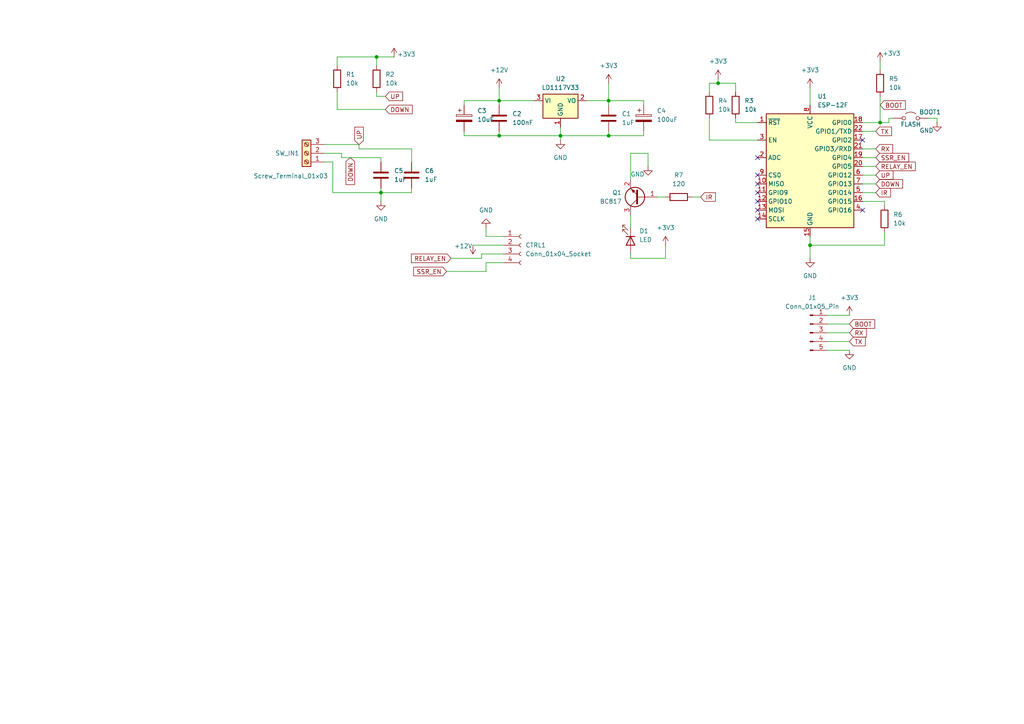
<source format=kicad_sch>
(kicad_sch (version 20250114) (generator "eeschema") (generator_version "9.0")
  (paper "A4")
  (lib_symbols
    (symbol "Connector:Conn_01x04_Socket" (pin_names (offset 1.016) (hide yes))
      (property "Reference" "J" (at 0 5.08 0))
      (property "Value" "Conn_01x04_Socket" (at 0 -7.62 0))
      (symbol "Conn_01x04_Socket_1_1"
        (polyline (pts (xy -1.27 2.54) (xy -0.508 2.54)) (stroke (width 0.1524)))
        (polyline (pts (xy -1.27 0) (xy -0.508 0)) (stroke (width 0.1524)))
        (polyline (pts (xy -1.27 -2.54) (xy -0.508 -2.54)) (stroke (width 0.1524)))
        (polyline (pts (xy -1.27 -5.08) (xy -0.508 -5.08)) (stroke (width 0.1524)))
        (arc (start 0 2.032) (mid -0.5058 2.54) (end 0 3.048) (stroke (width 0.1524)))
        (arc (start 0 -0.508) (mid -0.5058 0) (end 0 0.508) (stroke (width 0.1524)))
        (arc (start 0 -3.048) (mid -0.5058 -2.54) (end 0 -2.032) (stroke (width 0.1524)))
        (arc (start 0 -5.588) (mid -0.5058 -5.08) (end 0 -4.572) (stroke (width 0.1524)))
        (pin passive line (at -5.08 2.54 0) (length 3.81) (name "Pin_1") (number "1"))
        (pin passive line (at -5.08 0 0) (length 3.81) (name "Pin_2") (number "2"))
        (pin passive line (at -5.08 -2.54 0) (length 3.81) (name "Pin_3") (number "3"))
        (pin passive line (at -5.08 -5.08 0) (length 3.81) (name "Pin_4") (number "4"))
      )
    )
    (symbol "Connector:Conn_01x05_Pin" (pin_names (offset 1.016) (hide yes))
      (property "Reference" "J" (at 0 7.62 0))
      (property "Value" "Conn_01x05_Pin" (at 0 -7.62 0))
      (symbol "Conn_01x05_Pin_1_1"
        (rectangle (start 0.8636 5.207) (end 0 4.953) (stroke (width 0.1524)) (fill (type outline)))
        (rectangle (start 0.8636 2.667) (end 0 2.413) (stroke (width 0.1524)) (fill (type outline)))
        (rectangle (start 0.8636 0.127) (end 0 -0.127) (stroke (width 0.1524)) (fill (type outline)))
        (rectangle (start 0.8636 -2.413) (end 0 -2.667) (stroke (width 0.1524)) (fill (type outline)))
        (rectangle (start 0.8636 -4.953) (end 0 -5.207) (stroke (width 0.1524)) (fill (type outline)))
        (polyline (pts (xy 1.27 5.08) (xy 0.8636 5.08)) (stroke (width 0.1524)))
        (polyline (pts (xy 1.27 2.54) (xy 0.8636 2.54)) (stroke (width 0.1524)))
        (polyline (pts (xy 1.27 0) (xy 0.8636 0)) (stroke (width 0.1524)))
        (polyline (pts (xy 1.27 -2.54) (xy 0.8636 -2.54)) (stroke (width 0.1524)))
        (polyline (pts (xy 1.27 -5.08) (xy 0.8636 -5.08)) (stroke (width 0.1524)))
        (pin passive line (at 5.08 5.08 180) (length 3.81) (name "Pin_1") (number "1"))
        (pin passive line (at 5.08 2.54 180) (length 3.81) (name "Pin_2") (number "2"))
        (pin passive line (at 5.08 0 180) (length 3.81) (name "Pin_3") (number "3"))
        (pin passive line (at 5.08 -2.54 180) (length 3.81) (name "Pin_4") (number "4"))
        (pin passive line (at 5.08 -5.08 180) (length 3.81) (name "Pin_5") (number "5"))
      )
    )
    (symbol "Connector:Screw_Terminal_01x03" (pin_names (offset 1.016) (hide yes))
      (property "Reference" "J" (at 0 5.08 0))
      (property "Value" "Screw_Terminal_01x03" (at 0 -5.08 0))
      (symbol "Screw_Terminal_01x03_1_1"
        (rectangle (start -1.27 3.81) (end 1.27 -3.81) (stroke (width 0.254)) (fill (type background)))
        (polyline (pts (xy -0.5334 2.8702) (xy 0.3302 2.032)) (stroke (width 0.1524)))
        (polyline (pts (xy -0.5334 0.3302) (xy 0.3302 -0.508)) (stroke (width 0.1524)))
        (polyline (pts (xy -0.5334 -2.2098) (xy 0.3302 -3.048)) (stroke (width 0.1524)))
        (polyline (pts (xy -0.3556 3.048) (xy 0.508 2.2098)) (stroke (width 0.1524)))
        (polyline (pts (xy -0.3556 0.508) (xy 0.508 -0.3302)) (stroke (width 0.1524)))
        (polyline (pts (xy -0.3556 -2.032) (xy 0.508 -2.8702)) (stroke (width 0.1524)))
        (circle (center 0 2.54) (radius 0.635) (stroke (width 0.1524)))
        (circle (center 0 0) (radius 0.635) (stroke (width 0.1524)))
        (circle (center 0 -2.54) (radius 0.635) (stroke (width 0.1524)))
        (pin passive line (at -5.08 2.54 0) (length 3.81) (name "Pin_1") (number "1"))
        (pin passive line (at -5.08 0 0) (length 3.81) (name "Pin_2") (number "2"))
        (pin passive line (at -5.08 -2.54 0) (length 3.81) (name "Pin_3") (number "3"))
      )
    )
    (symbol "Device:C" (pin_numbers (hide yes)) (pin_names (offset 0.254))
      (property "Reference" "C" (at 0.635 2.54 0))
      (property "Value" "C" (at 0.635 -2.54 0))
      (symbol "C_0_1"
        (polyline (pts (xy -2.032 0.762) (xy 2.032 0.762)) (stroke (width 0.508)))
        (polyline (pts (xy -2.032 -0.762) (xy 2.032 -0.762)) (stroke (width 0.508)))
      )
      (symbol "C_1_1"
        (pin passive line (at 0 3.81 270) (length 2.794) (name "~") (number "1"))
        (pin passive line (at 0 -3.81 90) (length 2.794) (name "~") (number "2"))
      )
    )
    (symbol "Device:C_Polarized" (pin_numbers (hide yes)) (pin_names (offset 0.254))
      (property "Reference" "C" (at 0.635 2.54 0))
      (property "Value" "C_Polarized" (at 0.635 -2.54 0))
      (symbol "C_Polarized_0_1"
        (rectangle (start -2.286 0.508) (end 2.286 1.016))
        (polyline (pts (xy -1.778 2.286) (xy -0.762 2.286)))
        (polyline (pts (xy -1.27 2.794) (xy -1.27 1.778)))
        (rectangle (start 2.286 -0.508) (end -2.286 -1.016) (fill (type outline)))
      )
      (symbol "C_Polarized_1_1"
        (pin passive line (at 0 3.81 270) (length 2.794) (name "~") (number "1"))
        (pin passive line (at 0 -3.81 90) (length 2.794) (name "~") (number "2"))
      )
    )
    (symbol "Device:LED" (pin_numbers (hide yes)) (pin_names (offset 1.016) (hide yes))
      (property "Reference" "D" (at 0 2.54 0))
      (property "Value" "LED" (at 0 -2.54 0))
      (symbol "LED_0_1"
        (polyline (pts (xy -3.048 -0.762) (xy -4.572 -2.286) (xy -3.81 -2.286) (xy -4.572 -2.286) (xy -4.572 -1.524)))
        (polyline (pts (xy -1.778 -0.762) (xy -3.302 -2.286) (xy -2.54 -2.286) (xy -3.302 -2.286) (xy -3.302 -1.524)))
        (polyline (pts (xy -1.27 0) (xy 1.27 0)))
        (polyline (pts (xy -1.27 -1.27) (xy -1.27 1.27)) (stroke (width 0.254)))
        (polyline (pts (xy 1.27 -1.27) (xy 1.27 1.27) (xy -1.27 0) (xy 1.27 -1.27)) (stroke (width 0.254)))
      )
      (symbol "LED_1_1"
        (pin passive line (at -3.81 0 0) (length 2.54) (name "K") (number "1"))
        (pin passive line (at 3.81 0 180) (length 2.54) (name "A") (number "2"))
      )
    )
    (symbol "Device:R" (pin_numbers (hide yes)) (pin_names (offset 0))
      (property "Reference" "R" (at 2.032 0 90))
      (property "Value" "R" (at 0 0 90))
      (symbol "R_0_1"
        (rectangle (start -1.016 -2.54) (end 1.016 2.54) (stroke (width 0.254)))
      )
      (symbol "R_1_1"
        (pin passive line (at 0 3.81 270) (length 1.27) (name "~") (number "1"))
        (pin passive line (at 0 -3.81 90) (length 1.27) (name "~") (number "2"))
      )
    )
    (symbol "Jumper:Jumper_2_Open" (pin_numbers (hide yes)) (pin_names (offset 0) (hide yes))
      (property "Reference" "JP" (at 0 2.794 0))
      (property "Value" "Jumper_2_Open" (at 0 -2.286 0))
      (symbol "Jumper_2_Open_0_0"
        (circle (center -2.032 0) (radius 0.508))
        (circle (center 2.032 0) (radius 0.508))
      )
      (symbol "Jumper_2_Open_0_1"
        (arc (start -1.524 1.27) (mid 0 1.778) (end 1.524 1.27))
      )
      (symbol "Jumper_2_Open_1_1"
        (pin passive line (at -5.08 0 0) (length 2.54) (name "A") (number "1"))
        (pin passive line (at 5.08 0 180) (length 2.54) (name "B") (number "2"))
      )
    )
    (symbol "RF_Module:ESP-12F"
      (property "Reference" "U" (at -12.7 19.05 0))
      (property "Value" "ESP-12F" (at 12.7 19.05 0))
      (symbol "ESP-12F_0_1"
        (rectangle (start -12.7 17.78) (end 12.7 -15.24) (stroke (width 0.254)) (fill (type background)))
      )
      (symbol "ESP-12F_1_1"
        (pin input line (at -15.24 15.24 0) (length 2.54) (name "~{RST}") (number "1"))
        (pin input line (at -15.24 10.16 0) (length 2.54) (name "EN") (number "3"))
        (pin input line (at -15.24 5.08 0) (length 2.54) (name "ADC") (number "2"))
        (pin input line (at -15.24 0 0) (length 2.54) (name "CS0") (number "9"))
        (pin bidirectional line (at -15.24 -2.54 0) (length 2.54) (name "MISO") (number "10"))
        (pin bidirectional line (at -15.24 -5.08 0) (length 2.54) (name "GPIO9") (number "11"))
        (pin bidirectional line (at -15.24 -7.62 0) (length 2.54) (name "GPIO10") (number "12"))
        (pin bidirectional line (at -15.24 -10.16 0) (length 2.54) (name "MOSI") (number "13"))
        (pin bidirectional line (at -15.24 -12.7 0) (length 2.54) (name "SCLK") (number "14"))
        (pin power_in line (at 0 20.32 270) (length 2.54) (name "VCC") (number "8"))
        (pin power_in line (at 0 -17.78 90) (length 2.54) (name "GND") (number "15"))
        (pin bidirectional line (at 15.24 15.24 180) (length 2.54) (name "GPIO0") (number "18"))
        (pin bidirectional line (at 15.24 12.7 180) (length 2.54) (name "GPIO1/TXD") (number "22"))
        (pin bidirectional line (at 15.24 10.16 180) (length 2.54) (name "GPIO2") (number "17"))
        (pin bidirectional line (at 15.24 7.62 180) (length 2.54) (name "GPIO3/RXD") (number "21"))
        (pin bidirectional line (at 15.24 5.08 180) (length 2.54) (name "GPIO4") (number "19"))
        (pin bidirectional line (at 15.24 2.54 180) (length 2.54) (name "GPIO5") (number "20"))
        (pin bidirectional line (at 15.24 0 180) (length 2.54) (name "GPIO12") (number "6"))
        (pin bidirectional line (at 15.24 -2.54 180) (length 2.54) (name "GPIO13") (number "7"))
        (pin bidirectional line (at 15.24 -5.08 180) (length 2.54) (name "GPIO14") (number "5"))
        (pin bidirectional line (at 15.24 -7.62 180) (length 2.54) (name "GPIO15") (number "16"))
        (pin bidirectional line (at 15.24 -10.16 180) (length 2.54) (name "GPIO16") (number "4"))
      )
    )
    (symbol "Regulator_Linear:LD1117V33"
      (property "Reference" "U" (at -3.81 3.175 0))
      (property "Value" "LD1117V33" (at 0 3.175 0))
      (symbol "LD1117V33_0_1"
        (rectangle (start -5.08 -5.08) (end 5.08 1.905) (stroke (width 0.254)) (fill (type background)))
      )
      (symbol "LD1117V33_1_1"
        (pin power_in line (at -7.62 0 0) (length 2.54) (name "VI") (number "3"))
        (pin power_in line (at 0 -7.62 90) (length 2.54) (name "GND") (number "1"))
        (pin power_out line (at 7.62 0 180) (length 2.54) (name "VO") (number "2"))
      )
    )
    (symbol "Transistor_BJT:BC817" (pin_names (offset 0) (hide yes))
      (property "Reference" "Q" (at 5.08 1.905 0))
      (property "Value" "BC817" (at 5.08 0 0))
      (symbol "BC817_0_1"
        (polyline (pts (xy -2.54 0) (xy 0.635 0)))
        (polyline (pts (xy 0.635 1.905) (xy 0.635 -1.905)) (stroke (width 0.508)))
        (circle (center 1.27 0) (radius 2.8194) (stroke (width 0.254)))
      )
      (symbol "BC817_1_1"
        (polyline (pts (xy 0.635 0.635) (xy 2.54 2.54)))
        (polyline (pts (xy 0.635 -0.635) (xy 2.54 -2.54)))
        (polyline (pts (xy 1.27 -1.778) (xy 1.778 -1.27) (xy 2.286 -2.286) (xy 1.27 -1.778)) (fill (type outline)))
        (pin input line (at -5.08 0 0) (length 2.54) (name "B") (number "1"))
        (pin passive line (at 2.54 5.08 270) (length 2.54) (name "C") (number "3"))
        (pin passive line (at 2.54 -5.08 90) (length 2.54) (name "E") (number "2"))
      )
    )
    (symbol "power:+12V" (power) (pin_numbers (hide yes)) (pin_names (offset 0) (hide yes))
      (property "Value" "+12V" (at 0 3.556 0))
      (symbol "+12V_0_1"
        (polyline (pts (xy -0.762 1.27) (xy 0 2.54)))
        (polyline (pts (xy 0 2.54) (xy 0.762 1.27)))
        (polyline (pts (xy 0 0) (xy 0 2.54)))
      )
      (symbol "+12V_1_1"
        (pin power_in line (at 0 0 90) (length 0) (name "~") (number "1"))
      )
    )
    (symbol "power:+3V3" (power) (pin_numbers (hide yes)) (pin_names (offset 0) (hide yes))
      (property "Value" "+3V3" (at 0 3.556 0))
      (symbol "+3V3_0_1"
        (polyline (pts (xy -0.762 1.27) (xy 0 2.54)))
        (polyline (pts (xy 0 2.54) (xy 0.762 1.27)))
        (polyline (pts (xy 0 0) (xy 0 2.54)))
      )
      (symbol "+3V3_1_1"
        (pin power_in line (at 0 0 90) (length 0) (name "~") (number "1"))
      )
    )
    (symbol "power:GND" (power) (pin_numbers (hide yes)) (pin_names (offset 0) (hide yes))
      (property "Value" "GND" (at 0 -3.81 0))
      (symbol "GND_0_1"
        (polyline (pts (xy 0 0) (xy 0 -1.27) (xy 1.27 -1.27) (xy 0 -2.54) (xy -1.27 -1.27) (xy 0 -1.27)))
      )
      (symbol "GND_1_1"
        (pin power_in line (at 0 0 270) (length 0) (name "~") (number "1"))
      )
    )
  )
  (junction (at 176.53 29.21))
  (junction (at 144.78 39.37))
  (junction (at 162.56 39.37))
  (junction (at 234.95 71.12))
  (junction (at 110.49 55.88))
  (junction (at 255.27 35.56))
  (junction (at 176.53 39.37))
  (junction (at 109.22 16.51))
  (junction (at 144.78 29.21))
  (junction (at 208.28 24.13))
  (no_connect (at 219.71 53.34))
  (no_connect (at 219.71 50.8))
  (no_connect (at 250.19 60.96))
  (no_connect (at 219.71 55.88))
  (no_connect (at 219.71 60.96))
  (no_connect (at 250.19 40.64))
  (no_connect (at 219.71 58.42))
  (no_connect (at 219.71 63.5))
  (no_connect (at 219.71 45.72))
  (wire (pts (xy 240.03 91.44) (xy 246.38 91.44)))
  (wire (pts (xy 144.78 25.4) (xy 144.78 29.21)))
  (wire (pts (xy 176.53 24.13) (xy 176.53 29.21)))
  (wire (pts (xy 176.53 39.37) (xy 186.69 39.37)))
  (wire (pts (xy 255.27 17.78) (xy 255.27 20.32)))
  (wire (pts (xy 104.14 41.91) (xy 104.14 43.18)))
  (wire (pts (xy 93.98 46.99) (xy 96.52 46.99)))
  (wire (pts (xy 93.98 41.91) (xy 104.14 41.91)))
  (wire (pts (xy 182.88 44.45) (xy 187.96 44.45)))
  (wire (pts (xy 96.52 55.88) (xy 110.49 55.88)))
  (wire (pts (xy 99.06 45.72) (xy 110.49 45.72)))
  (wire (pts (xy 250.19 38.1) (xy 254 38.1)))
  (wire (pts (xy 234.95 71.12) (xy 256.54 71.12)))
  (wire (pts (xy 170.18 29.21) (xy 176.53 29.21)))
  (wire (pts (xy 144.78 39.37) (xy 162.56 39.37)))
  (wire (pts (xy 146.05 73.66) (xy 139.7 73.66)))
  (wire (pts (xy 250.19 35.56) (xy 255.27 35.56)))
  (wire (pts (xy 213.36 24.13) (xy 213.36 26.67)))
  (wire (pts (xy 140.97 68.58) (xy 140.97 66.04)))
  (wire (pts (xy 144.78 38.1) (xy 144.78 39.37)))
  (wire (pts (xy 140.97 78.74) (xy 129.54 78.74)))
  (wire (pts (xy 110.49 45.72) (xy 110.49 46.99)))
  (wire (pts (xy 146.05 68.58) (xy 140.97 68.58)))
  (wire (pts (xy 110.49 54.61) (xy 110.49 55.88)))
  (wire (pts (xy 190.5 57.15) (xy 193.04 57.15)))
  (wire (pts (xy 256.54 71.12) (xy 256.54 67.31)))
  (wire (pts (xy 182.88 52.07) (xy 182.88 44.45)))
  (wire (pts (xy 250.19 45.72) (xy 254 45.72)))
  (wire (pts (xy 99.06 44.45) (xy 93.98 44.45)))
  (wire (pts (xy 176.53 39.37) (xy 176.53 38.1)))
  (wire (pts (xy 250.19 43.18) (xy 254 43.18)))
  (wire (pts (xy 162.56 36.83) (xy 162.56 39.37)))
  (wire (pts (xy 182.88 74.93) (xy 193.04 74.93)))
  (wire (pts (xy 110.49 55.88) (xy 119.38 55.88)))
  (wire (pts (xy 256.54 58.42) (xy 256.54 59.69)))
  (wire (pts (xy 119.38 43.18) (xy 119.38 46.99)))
  (wire (pts (xy 97.79 26.67) (xy 97.79 31.75)))
  (wire (pts (xy 182.88 62.23) (xy 182.88 66.04)))
  (wire (pts (xy 109.22 16.51) (xy 109.22 19.05)))
  (wire (pts (xy 134.62 29.21) (xy 134.62 30.48)))
  (wire (pts (xy 213.36 34.29) (xy 213.36 35.56)))
  (wire (pts (xy 240.03 93.98) (xy 246.38 93.98)))
  (wire (pts (xy 205.74 26.67) (xy 205.74 24.13)))
  (wire (pts (xy 186.69 39.37) (xy 186.69 38.1)))
  (wire (pts (xy 213.36 35.56) (xy 219.71 35.56)))
  (wire (pts (xy 205.74 40.64) (xy 219.71 40.64)))
  (wire (pts (xy 240.03 101.6) (xy 246.38 101.6)))
  (wire (pts (xy 109.22 16.51) (xy 114.3 16.51)))
  (wire (pts (xy 162.56 39.37) (xy 176.53 39.37)))
  (wire (pts (xy 176.53 29.21) (xy 176.53 30.48)))
  (wire (pts (xy 182.88 73.66) (xy 182.88 74.93)))
  (wire (pts (xy 257.81 34.29) (xy 257.81 35.56)))
  (wire (pts (xy 269.24 34.29) (xy 271.78 34.29)))
  (wire (pts (xy 176.53 29.21) (xy 186.69 29.21)))
  (wire (pts (xy 187.96 44.45) (xy 187.96 48.26)))
  (wire (pts (xy 240.03 99.06) (xy 246.38 99.06)))
  (wire (pts (xy 162.56 39.37) (xy 162.56 40.64)))
  (wire (pts (xy 99.06 45.72) (xy 99.06 44.45)))
  (wire (pts (xy 250.19 50.8) (xy 254 50.8)))
  (wire (pts (xy 234.95 68.58) (xy 234.95 71.12)))
  (wire (pts (xy 255.27 35.56) (xy 255.27 27.94)))
  (wire (pts (xy 119.38 55.88) (xy 119.38 54.61)))
  (wire (pts (xy 97.79 16.51) (xy 109.22 16.51)))
  (wire (pts (xy 144.78 29.21) (xy 154.94 29.21)))
  (wire (pts (xy 208.28 22.86) (xy 208.28 24.13)))
  (wire (pts (xy 144.78 39.37) (xy 134.62 39.37)))
  (wire (pts (xy 104.14 43.18) (xy 119.38 43.18)))
  (wire (pts (xy 250.19 58.42) (xy 256.54 58.42)))
  (wire (pts (xy 205.74 24.13) (xy 208.28 24.13)))
  (wire (pts (xy 97.79 19.05) (xy 97.79 16.51)))
  (wire (pts (xy 96.52 46.99) (xy 96.52 55.88)))
  (wire (pts (xy 134.62 39.37) (xy 134.62 38.1)))
  (wire (pts (xy 193.04 74.93) (xy 193.04 71.12)))
  (wire (pts (xy 109.22 26.67) (xy 109.22 27.94)))
  (wire (pts (xy 257.81 34.29) (xy 259.08 34.29)))
  (wire (pts (xy 110.49 55.88) (xy 110.49 58.42)))
  (wire (pts (xy 254 53.34) (xy 250.19 53.34)))
  (wire (pts (xy 97.79 31.75) (xy 111.76 31.75)))
  (wire (pts (xy 240.03 96.52) (xy 246.38 96.52)))
  (wire (pts (xy 146.05 76.2) (xy 140.97 76.2)))
  (wire (pts (xy 234.95 71.12) (xy 234.95 74.93)))
  (wire (pts (xy 203.2 57.15) (xy 200.66 57.15)))
  (wire (pts (xy 234.95 25.4) (xy 234.95 30.48)))
  (wire (pts (xy 205.74 34.29) (xy 205.74 40.64)))
  (wire (pts (xy 140.97 76.2) (xy 140.97 78.74)))
  (wire (pts (xy 144.78 29.21) (xy 134.62 29.21)))
  (wire (pts (xy 144.78 29.21) (xy 144.78 30.48)))
  (wire (pts (xy 271.78 34.29) (xy 271.78 35.56)))
  (wire (pts (xy 139.7 73.66) (xy 139.7 74.93)))
  (wire (pts (xy 146.05 71.12) (xy 137.16 71.12)))
  (wire (pts (xy 257.81 35.56) (xy 255.27 35.56)))
  (wire (pts (xy 139.7 74.93) (xy 130.81 74.93)))
  (wire (pts (xy 208.28 24.13) (xy 213.36 24.13)))
  (wire (pts (xy 109.22 27.94) (xy 111.76 27.94)))
  (wire (pts (xy 250.19 48.26) (xy 254 48.26)))
  (wire (pts (xy 254 55.88) (xy 250.19 55.88)))
  (wire (pts (xy 186.69 29.21) (xy 186.69 30.48)))
  (global_label "DOWN" (shape input) (at 111.76 31.75 0) (property "Intersheetrefs" "${INTERSHEET_REFS}" (effects (hide yes))))
  (global_label "IR" (shape input) (at 203.2 57.15 0) (property "Intersheetrefs" "${INTERSHEET_REFS}" (effects (hide yes))))
  (global_label "UP" (shape input) (at 104.14 41.91 90) (property "Intersheetrefs" "${INTERSHEET_REFS}" (effects (hide yes))))
  (global_label "RX" (shape input) (at 254 43.18 0) (property "Intersheetrefs" "${INTERSHEET_REFS}" (effects (hide yes))))
  (global_label "BOOT" (shape input) (at 255.27 30.48 0) (property "Intersheetrefs" "${INTERSHEET_REFS}" (effects (hide yes))))
  (global_label "SSR_EN" (shape input) (at 129.54 78.74 180) (property "Intersheetrefs" "${INTERSHEET_REFS}" (effects (hide yes))))
  (global_label "DOWN" (shape input) (at 254 53.34 0) (property "Intersheetrefs" "${INTERSHEET_REFS}" (effects (hide yes))))
  (global_label "UP" (shape input) (at 254 50.8 0) (property "Intersheetrefs" "${INTERSHEET_REFS}" (effects (hide yes))))
  (global_label "TX" (shape input) (at 254 38.1 0) (property "Intersheetrefs" "${INTERSHEET_REFS}" (effects (hide yes))))
  (global_label "UP" (shape input) (at 111.76 27.94 0) (property "Intersheetrefs" "${INTERSHEET_REFS}" (effects (hide yes))))
  (global_label "RELAY_EN" (shape input) (at 130.81 74.93 180) (property "Intersheetrefs" "${INTERSHEET_REFS}" (effects (hide yes))))
  (global_label "BOOT" (shape input) (at 246.38 93.98 0) (property "Intersheetrefs" "${INTERSHEET_REFS}" (effects (hide yes))))
  (global_label "DOWN" (shape input) (at 101.6 45.72 270) (property "Intersheetrefs" "${INTERSHEET_REFS}" (effects (hide yes))))
  (global_label "SSR_EN" (shape input) (at 254 45.72 0) (property "Intersheetrefs" "${INTERSHEET_REFS}" (effects (hide yes))))
  (global_label "RELAY_EN" (shape input) (at 254 48.26 0) (property "Intersheetrefs" "${INTERSHEET_REFS}" (effects (hide yes))))
  (global_label "RX" (shape input) (at 246.38 96.52 0) (property "Intersheetrefs" "${INTERSHEET_REFS}" (effects (hide yes))))
  (global_label "TX" (shape input) (at 246.38 99.06 0) (property "Intersheetrefs" "${INTERSHEET_REFS}" (effects (hide yes))))
  (global_label "IR" (shape input) (at 254 55.88 0) (property "Intersheetrefs" "${INTERSHEET_REFS}" (effects (hide yes))))
  (symbol (lib_id "RF_Module:ESP-12F") (at 234.95 50.8 0) (unit 1)
    (property "Reference" "U1" (at 237.0933 27.94 0) (effects (justify left)))
    (property "Value" "ESP-12F" (at 237.0933 30.48 0) (effects (justify left)))
    (property "Footprint" "RF_Module:ESP-12E" (effects (hide yes)))
    (property "Datasheet" "http://wiki.ai-thinker.com/_media/esp8266/esp8266_series_modules_user_manual_v1.1.pdf" (effects (hide yes)))
    (property "Description" "802.11 b/g/n Wi-Fi Module" (effects (hide yes)))
  )
  (symbol (lib_id "power:GND") (at 271.78 35.56 0) (unit 1)
    (property "Reference" "#PWR011" (effects (hide yes)))
    (property "Value" "GND" (at 268.732 37.846 0))
    (property "Description" "Power symbol creates a global label with name \"GND\" , ground" (effects (hide yes)))
  )
  (symbol (lib_id "power:GND") (at 140.97 66.04 180) (unit 1)
    (property "Reference" "#PWR07" (effects (hide yes)))
    (property "Value" "GND" (at 140.97 60.96 0))
    (property "Description" "Power symbol creates a global label with name \"GND\" , ground" (effects (hide yes)))
  )
  (symbol (lib_id "Device:R") (at 97.79 22.86 0) (unit 1)
    (property "Reference" "R1" (at 100.33 21.5899 0) (effects (justify left)))
    (property "Value" "10k" (at 100.33 24.1299 0) (effects (justify left)))
    (property "Footprint" "Resistor_SMD:R_0603_1608Metric_Pad0.98x0.95mm_HandSolder" (effects (hide yes)))
    (property "Description" "Resistor" (effects (hide yes)))
  )
  (symbol (lib_id "power:+3V3") (at 255.27 17.78 0) (unit 1)
    (property "Reference" "#PWR012" (effects (hide yes)))
    (property "Value" "+3V3" (at 258.572 15.494 0))
    (property "Description" "Power symbol creates a global label with name \"+3V3\"" (effects (hide yes)))
  )
  (symbol (lib_id "power:+3V3") (at 176.53 24.13 0) (unit 1)
    (property "Reference" "#PWR04" (effects (hide yes)))
    (property "Value" "+3V3" (at 176.53 19.05 0))
    (property "Description" "Power symbol creates a global label with name \"+3V3\"" (effects (hide yes)))
  )
  (symbol (lib_id "Device:R") (at 196.85 57.15 90) (unit 1)
    (property "Reference" "R7" (at 196.85 50.8 90))
    (property "Value" "120" (at 196.85 53.34 90))
    (property "Footprint" "Resistor_SMD:R_0603_1608Metric_Pad0.98x0.95mm_HandSolder" (effects (hide yes)))
    (property "Description" "Resistor" (effects (hide yes)))
  )
  (symbol (lib_id "Jumper:Jumper_2_Open") (at 264.16 34.29 0) (unit 1)
    (property "Reference" "BOOT1" (at 269.748 32.512 0))
    (property "Value" "FLASH" (at 264.16 36.068 0))
    (property "Footprint" "TestPoint:TestPoint_2Pads_Pitch2.54mm_Drill0.8mm" (effects (hide yes)))
    (property "Description" "Jumper, 2-pole, open" (effects (hide yes)))
  )
  (symbol (lib_id "Device:C_Polarized") (at 186.69 34.29 0) (unit 1)
    (property "Reference" "C4" (at 190.5 32.1309 0) (effects (justify left)))
    (property "Value" "100uF" (at 190.5 34.6709 0) (effects (justify left)))
    (property "Footprint" "Capacitor_THT:CP_Radial_D5.0mm_P2.00mm" (effects (hide yes)))
    (property "Description" "Polarized capacitor" (effects (hide yes)))
  )
  (symbol (lib_id "power:+12V") (at 144.78 25.4 0) (unit 1)
    (property "Reference" "#PWR03" (effects (hide yes)))
    (property "Value" "+12V" (at 144.78 20.32 0))
    (property "Description" "Power symbol creates a global label with name \"+12V\"" (effects (hide yes)))
  )
  (symbol (lib_id "Device:LED") (at 182.88 69.85 270) (unit 1)
    (property "Reference" "D1" (at 185.42 66.9924 90) (effects (justify left)))
    (property "Value" "LED" (at 185.42 69.5324 90) (effects (justify left)))
    (property "Footprint" "LED_THT:LED_D5.0mm_Clear" (effects (hide yes)))
    (property "Description" "Light emitting diode" (effects (hide yes)))
    (property "Sim.Pins" "1=K 2=A" (effects (hide yes)))
  )
  (symbol (lib_id "Device:R") (at 205.74 30.48 0) (unit 1)
    (property "Reference" "R4" (at 208.28 29.2099 0) (effects (justify left)))
    (property "Value" "10k" (at 208.28 31.7499 0) (effects (justify left)))
    (property "Footprint" "Resistor_SMD:R_0603_1608Metric_Pad0.98x0.95mm_HandSolder" (effects (hide yes)))
    (property "Description" "Resistor" (effects (hide yes)))
  )
  (symbol (lib_id "power:+3V3") (at 208.28 22.86 0) (unit 1)
    (property "Reference" "#PWR010" (effects (hide yes)))
    (property "Value" "+3V3" (at 208.28 17.78 0))
    (property "Description" "Power symbol creates a global label with name \"+3V3\"" (effects (hide yes)))
  )
  (symbol (lib_id "Device:C") (at 119.38 50.8 0) (unit 1)
    (property "Reference" "C6" (at 123.19 49.5299 0) (effects (justify left)))
    (property "Value" "1uF" (at 123.19 52.0699 0) (effects (justify left)))
    (property "Footprint" "Capacitor_SMD:C_0603_1608Metric_Pad1.08x0.95mm_HandSolder" (effects (hide yes)))
    (property "Description" "Unpolarized capacitor" (effects (hide yes)))
  )
  (symbol (lib_id "power:+3V3") (at 193.04 71.12 0) (unit 1)
    (property "Reference" "#PWR015" (effects (hide yes)))
    (property "Value" "+3V3" (at 193.04 66.04 0))
    (property "Description" "Power symbol creates a global label with name \"+3V3\"" (effects (hide yes)))
  )
  (symbol (lib_id "Device:C") (at 110.49 50.8 0) (unit 1)
    (property "Reference" "C5" (at 114.3 49.5299 0) (effects (justify left)))
    (property "Value" "1uF" (at 114.3 52.0699 0) (effects (justify left)))
    (property "Footprint" "Capacitor_SMD:C_0603_1608Metric_Pad1.08x0.95mm_HandSolder" (effects (hide yes)))
    (property "Description" "Unpolarized capacitor" (effects (hide yes)))
  )
  (symbol (lib_id "Device:R") (at 255.27 24.13 0) (unit 1)
    (property "Reference" "R5" (at 257.81 22.8599 0) (effects (justify left)))
    (property "Value" "10k" (at 257.81 25.3999 0) (effects (justify left)))
    (property "Footprint" "Resistor_SMD:R_0603_1608Metric_Pad0.98x0.95mm_HandSolder" (effects (hide yes)))
    (property "Description" "Resistor" (effects (hide yes)))
  )
  (symbol (lib_id "power:GND") (at 234.95 74.93 0) (unit 1)
    (property "Reference" "#PWR01" (effects (hide yes)))
    (property "Value" "GND" (at 234.95 80.01 0))
    (property "Description" "Power symbol creates a global label with name \"GND\" , ground" (effects (hide yes)))
  )
  (symbol (lib_id "Device:R") (at 256.54 63.5 0) (unit 1)
    (property "Reference" "R6" (at 259.08 62.2299 0) (effects (justify left)))
    (property "Value" "10k" (at 259.08 64.7699 0) (effects (justify left)))
    (property "Footprint" "Resistor_SMD:R_0603_1608Metric_Pad0.98x0.95mm_HandSolder" (effects (hide yes)))
    (property "Description" "Resistor" (effects (hide yes)))
  )
  (symbol (lib_id "power:+3V3") (at 114.3 16.51 0) (unit 1)
    (property "Reference" "#PWR06" (effects (hide yes)))
    (property "Value" "+3V3" (at 117.856 15.748 0))
    (property "Description" "Power symbol creates a global label with name \"+3V3\"" (effects (hide yes)))
  )
  (symbol (lib_id "Connector:Screw_Terminal_01x03") (at 88.9 44.45 180) (unit 1)
    (property "Reference" "SW_IN1" (at 83.312 44.45 0))
    (property "Value" "Screw_Terminal_01x03" (at 84.328 51.054 0))
    (property "Footprint" "TerminalBlock:TerminalBlock_MaiXu_MX126-5.0-03P_1x03_P5.00mm" (effects (hide yes)))
    (property "Description" "Generic screw terminal, single row, 01x03, script generated (kicad-library-utils/schlib/autogen/connector/)" (effects (hide yes)))
  )
  (symbol (lib_id "power:+12V") (at 137.16 71.12 180) (unit 1)
    (property "Reference" "#PWR08" (effects (hide yes)))
    (property "Value" "+12V" (at 134.366 71.374 0))
    (property "Description" "Power symbol creates a global label with name \"+12V\"" (effects (hide yes)))
  )
  (symbol (lib_id "Device:R") (at 213.36 30.48 0) (unit 1)
    (property "Reference" "R3" (at 215.9 29.2099 0) (effects (justify left)))
    (property "Value" "10k" (at 215.9 31.7499 0) (effects (justify left)))
    (property "Footprint" "Resistor_SMD:R_0603_1608Metric_Pad0.98x0.95mm_HandSolder" (effects (hide yes)))
    (property "Description" "Resistor" (effects (hide yes)))
  )
  (symbol (lib_id "power:GND") (at 187.96 48.26 0) (unit 1)
    (property "Reference" "#PWR016" (effects (hide yes)))
    (property "Value" "GND" (at 184.912 50.546 0))
    (property "Description" "Power symbol creates a global label with name \"GND\" , ground" (effects (hide yes)))
  )
  (symbol (lib_id "power:+3V3") (at 246.38 91.44 0) (unit 1)
    (property "Reference" "#PWR013" (effects (hide yes)))
    (property "Value" "+3V3" (at 246.38 86.36 0))
    (property "Description" "Power symbol creates a global label with name \"+3V3\"" (effects (hide yes)))
  )
  (symbol (lib_id "Connector:Conn_01x04_Socket") (at 151.13 71.12 0) (unit 1)
    (property "Reference" "CTRL1" (at 152.4 71.1199 0) (effects (justify left)))
    (property "Value" "Conn_01x04_Socket" (at 152.4 73.6599 0) (effects (justify left)))
    (property "Footprint" "Connector_PinHeader_2.54mm:PinHeader_1x04_P2.54mm_Vertical" (effects (hide yes)))
    (property "Description" "Generic connector, single row, 01x04, script generated" (effects (hide yes)))
  )
  (symbol (lib_id "Transistor_BJT:BC817") (at 185.42 57.15 180) (unit 1)
    (property "Reference" "Q1" (at 180.34 55.8799 0) (effects (justify left)))
    (property "Value" "BC817" (at 180.34 58.4199 0) (effects (justify left)))
    (property "Footprint" "Package_TO_SOT_SMD:SOT-23" (effects (hide yes)))
    (property "Datasheet" "https://www.onsemi.com/pub/Collateral/BC818-D.pdf" (effects (hide yes)))
    (property "Description" "0.8A Ic, 45V Vce, NPN Transistor, SOT-23" (effects (hide yes)))
  )
  (symbol (lib_id "power:+3V3") (at 234.95 25.4 0) (unit 1)
    (property "Reference" "#PWR09" (effects (hide yes)))
    (property "Value" "+3V3" (at 234.95 20.32 0))
    (property "Description" "Power symbol creates a global label with name \"+3V3\"" (effects (hide yes)))
  )
  (symbol (lib_id "power:GND") (at 246.38 101.6 0) (unit 1)
    (property "Reference" "#PWR014" (effects (hide yes)))
    (property "Value" "GND" (at 246.38 106.68 0))
    (property "Description" "Power symbol creates a global label with name \"GND\" , ground" (effects (hide yes)))
  )
  (symbol (lib_id "power:GND") (at 110.49 58.42 0) (unit 1)
    (property "Reference" "#PWR05" (effects (hide yes)))
    (property "Value" "GND" (at 110.49 63.5 0))
    (property "Description" "Power symbol creates a global label with name \"GND\" , ground" (effects (hide yes)))
  )
  (symbol (lib_id "Device:C_Polarized") (at 134.62 34.29 0) (unit 1)
    (property "Reference" "C3" (at 138.43 32.1309 0) (effects (justify left)))
    (property "Value" "10uF" (at 138.43 34.6709 0) (effects (justify left)))
    (property "Footprint" "Capacitor_THT:CP_Radial_Tantal_D4.5mm_P2.50mm" (effects (hide yes)))
    (property "Description" "Polarized capacitor" (effects (hide yes)))
  )
  (symbol (lib_id "Device:C") (at 144.78 34.29 0) (unit 1)
    (property "Reference" "C2" (at 148.59 33.0199 0) (effects (justify left)))
    (property "Value" "100nF" (at 148.59 35.5599 0) (effects (justify left)))
    (property "Footprint" "Capacitor_SMD:C_0603_1608Metric_Pad1.08x0.95mm_HandSolder" (effects (hide yes)))
    (property "Description" "Unpolarized capacitor" (effects (hide yes)))
  )
  (symbol (lib_id "Regulator_Linear:LD1117V33") (at 162.56 29.21 0) (unit 1)
    (property "Reference" "U2" (at 162.56 22.86 0))
    (property "Value" "LD1117V33" (at 162.56 25.4 0))
    (property "Footprint" "Package_TO_SOT_THT:TO-220-3_Vertical" (effects (hide yes)))
    (property "Datasheet" "https://www.st.com/resource/en/datasheet/ld1117.pdf" (effects (hide yes)))
    (property "Description" "800 mA Fixed Low Drop Positive Voltage Regulator (ldo). Max input 15V. Fixed Output 3.3V. TO-220-3" (effects (hide yes)))
  )
  (symbol (lib_id "Device:C") (at 176.53 34.29 0) (unit 1)
    (property "Reference" "C1" (at 180.34 33.0199 0) (effects (justify left)))
    (property "Value" "1uF" (at 180.34 35.5599 0) (effects (justify left)))
    (property "Footprint" "Capacitor_SMD:C_0603_1608Metric_Pad1.08x0.95mm_HandSolder" (effects (hide yes)))
    (property "Description" "Unpolarized capacitor" (effects (hide yes)))
  )
  (symbol (lib_id "power:GND") (at 162.56 40.64 0) (unit 1)
    (property "Reference" "#PWR02" (effects (hide yes)))
    (property "Value" "GND" (at 162.56 45.72 0))
    (property "Description" "Power symbol creates a global label with name \"GND\" , ground" (effects (hide yes)))
  )
  (symbol (lib_id "Device:R") (at 109.22 22.86 0) (unit 1)
    (property "Reference" "R2" (at 111.76 21.5899 0) (effects (justify left)))
    (property "Value" "10k" (at 111.76 24.1299 0) (effects (justify left)))
    (property "Footprint" "Resistor_SMD:R_0603_1608Metric_Pad0.98x0.95mm_HandSolder" (effects (hide yes)))
    (property "Description" "Resistor" (effects (hide yes)))
  )
  (symbol (lib_id "Connector:Conn_01x05_Pin") (at 234.95 96.52 0) (unit 1)
    (property "Reference" "J1" (at 235.585 86.36 0))
    (property "Value" "Conn_01x05_Pin" (at 235.585 88.9 0))
    (property "Footprint" "Connector_Molex:Molex_SL_171971-0005_1x05_P2.54mm_Vertical" (effects (hide yes)))
    (property "Description" "Generic connector, single row, 01x05, script generated" (effects (hide yes)))
  )
)
</source>
